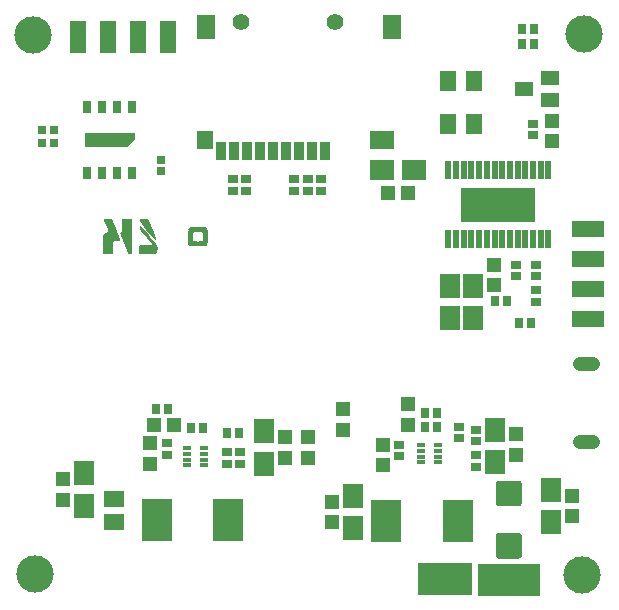
<source format=gbr>
G04 EAGLE Gerber RS-274X export*
G75*
%MOMM*%
%FSLAX34Y34*%
%LPD*%
%INSoldermask Bottom*%
%IPPOS*%
%AMOC8*
5,1,8,0,0,1.08239X$1,22.5*%
G01*
%ADD10C,3.152400*%
%ADD11R,4.635500X2.730500*%
%ADD12R,0.752400X0.752400*%
%ADD13R,1.232400X1.202400*%
%ADD14R,1.652400X2.102400*%
%ADD15R,1.202400X1.232400*%
%ADD16R,2.102400X1.652400*%
%ADD17R,1.422400X2.692400*%
%ADD18R,2.692400X1.422400*%
%ADD19R,0.602400X1.627400*%
%ADD20R,6.352400X2.902400*%
%ADD21R,0.752400X0.852400*%
%ADD22R,0.852400X0.752400*%
%ADD23R,1.752400X1.452400*%
%ADD24R,1.552400X2.152400*%
%ADD25R,1.432400X1.552400*%
%ADD26R,2.102400X1.552400*%
%ADD27R,0.852400X1.552400*%
%ADD28C,1.402400*%
%ADD29R,1.552400X1.152400*%
%ADD30R,2.502400X3.652400*%
%ADD31R,0.760000X0.420000*%
%ADD32R,0.652400X1.002400*%
%ADD33R,1.402400X1.752400*%
%ADD34C,1.219200*%
%ADD35R,5.232400X2.692400*%

G36*
X431112Y34263D02*
X431112Y34263D01*
X431114Y34261D01*
X431505Y34292D01*
X431509Y34296D01*
X431512Y34293D01*
X431894Y34384D01*
X431898Y34389D01*
X431902Y34387D01*
X432264Y34537D01*
X432267Y34542D01*
X432271Y34540D01*
X432605Y34745D01*
X432607Y34750D01*
X432611Y34750D01*
X432910Y35005D01*
X432911Y35010D01*
X432915Y35010D01*
X433170Y35309D01*
X433171Y35315D01*
X433175Y35315D01*
X433380Y35649D01*
X433379Y35655D01*
X433384Y35656D01*
X433534Y36018D01*
X433533Y36020D01*
X433534Y36020D01*
X433532Y36023D01*
X433532Y36024D01*
X433536Y36026D01*
X433627Y36408D01*
X433625Y36413D01*
X433627Y36414D01*
X433628Y36415D01*
X433659Y36806D01*
X433657Y36809D01*
X433659Y36810D01*
X433659Y53510D01*
X433657Y53512D01*
X433659Y53514D01*
X433628Y53905D01*
X433624Y53909D01*
X433627Y53912D01*
X433536Y54294D01*
X433531Y54298D01*
X433534Y54302D01*
X433384Y54664D01*
X433378Y54667D01*
X433380Y54671D01*
X433175Y55005D01*
X433170Y55007D01*
X433170Y55011D01*
X432915Y55310D01*
X432910Y55311D01*
X432910Y55315D01*
X432611Y55570D01*
X432605Y55571D01*
X432605Y55575D01*
X432271Y55780D01*
X432265Y55779D01*
X432264Y55784D01*
X431902Y55934D01*
X431896Y55932D01*
X431894Y55936D01*
X431512Y56027D01*
X431505Y56024D01*
X431501Y56028D01*
X414710Y56059D01*
X414708Y56057D01*
X414706Y56059D01*
X414315Y56028D01*
X414311Y56024D01*
X414308Y56027D01*
X413926Y55936D01*
X413922Y55931D01*
X413918Y55934D01*
X413556Y55784D01*
X413553Y55778D01*
X413549Y55780D01*
X413215Y55575D01*
X413213Y55570D01*
X413209Y55570D01*
X412910Y55315D01*
X412909Y55310D01*
X412905Y55310D01*
X412650Y55011D01*
X412649Y55005D01*
X412645Y55005D01*
X412440Y54671D01*
X412441Y54666D01*
X412439Y54665D01*
X412437Y54664D01*
X412287Y54302D01*
X412288Y54296D01*
X412284Y54294D01*
X412193Y53912D01*
X412195Y53907D01*
X412192Y53905D01*
X412161Y53514D01*
X412163Y53511D01*
X412161Y53510D01*
X412161Y36810D01*
X412163Y36808D01*
X412161Y36806D01*
X412192Y36415D01*
X412196Y36411D01*
X412193Y36408D01*
X412284Y36026D01*
X412289Y36022D01*
X412287Y36018D01*
X412437Y35656D01*
X412442Y35653D01*
X412440Y35649D01*
X412645Y35315D01*
X412650Y35313D01*
X412650Y35309D01*
X412905Y35010D01*
X412910Y35009D01*
X412910Y35005D01*
X413209Y34750D01*
X413215Y34749D01*
X413215Y34745D01*
X413549Y34540D01*
X413555Y34541D01*
X413556Y34537D01*
X413918Y34387D01*
X413924Y34388D01*
X413926Y34384D01*
X414308Y34293D01*
X414315Y34297D01*
X414319Y34292D01*
X431110Y34261D01*
X431112Y34263D01*
G37*
G36*
X431112Y78563D02*
X431112Y78563D01*
X431114Y78561D01*
X431505Y78592D01*
X431509Y78596D01*
X431512Y78593D01*
X431894Y78684D01*
X431898Y78689D01*
X431902Y78687D01*
X432264Y78837D01*
X432267Y78842D01*
X432271Y78840D01*
X432605Y79045D01*
X432607Y79050D01*
X432611Y79050D01*
X432910Y79305D01*
X432911Y79310D01*
X432915Y79310D01*
X433170Y79609D01*
X433171Y79615D01*
X433175Y79615D01*
X433380Y79949D01*
X433379Y79955D01*
X433384Y79956D01*
X433534Y80318D01*
X433533Y80320D01*
X433534Y80320D01*
X433532Y80323D01*
X433532Y80324D01*
X433536Y80326D01*
X433627Y80708D01*
X433625Y80713D01*
X433627Y80714D01*
X433628Y80715D01*
X433659Y81106D01*
X433657Y81109D01*
X433659Y81110D01*
X433659Y97810D01*
X433657Y97812D01*
X433659Y97814D01*
X433628Y98205D01*
X433624Y98209D01*
X433627Y98212D01*
X433536Y98594D01*
X433531Y98598D01*
X433534Y98602D01*
X433384Y98964D01*
X433378Y98967D01*
X433380Y98971D01*
X433175Y99305D01*
X433170Y99307D01*
X433170Y99311D01*
X432915Y99610D01*
X432910Y99611D01*
X432910Y99615D01*
X432611Y99870D01*
X432605Y99871D01*
X432605Y99875D01*
X432271Y100080D01*
X432265Y100079D01*
X432264Y100084D01*
X431902Y100234D01*
X431896Y100232D01*
X431894Y100236D01*
X431512Y100327D01*
X431505Y100324D01*
X431501Y100328D01*
X414710Y100359D01*
X414708Y100357D01*
X414706Y100359D01*
X414315Y100328D01*
X414311Y100324D01*
X414308Y100327D01*
X413926Y100236D01*
X413922Y100231D01*
X413918Y100234D01*
X413556Y100084D01*
X413553Y100078D01*
X413549Y100080D01*
X413215Y99875D01*
X413213Y99870D01*
X413209Y99870D01*
X412910Y99615D01*
X412909Y99610D01*
X412905Y99610D01*
X412650Y99311D01*
X412649Y99305D01*
X412645Y99305D01*
X412440Y98971D01*
X412441Y98966D01*
X412439Y98965D01*
X412437Y98964D01*
X412287Y98602D01*
X412288Y98596D01*
X412284Y98594D01*
X412193Y98212D01*
X412195Y98207D01*
X412192Y98205D01*
X412161Y97814D01*
X412163Y97811D01*
X412161Y97810D01*
X412161Y81110D01*
X412163Y81108D01*
X412161Y81106D01*
X412192Y80715D01*
X412196Y80711D01*
X412193Y80708D01*
X412284Y80326D01*
X412289Y80322D01*
X412287Y80318D01*
X412437Y79956D01*
X412442Y79953D01*
X412440Y79949D01*
X412645Y79615D01*
X412650Y79613D01*
X412650Y79609D01*
X412905Y79310D01*
X412910Y79309D01*
X412910Y79305D01*
X413209Y79050D01*
X413215Y79049D01*
X413215Y79045D01*
X413549Y78840D01*
X413555Y78841D01*
X413556Y78837D01*
X413918Y78687D01*
X413924Y78688D01*
X413926Y78684D01*
X414308Y78593D01*
X414315Y78597D01*
X414319Y78592D01*
X431110Y78561D01*
X431112Y78563D01*
G37*
G36*
X99898Y383088D02*
X99898Y383088D01*
X99956Y383100D01*
X99968Y383108D01*
X99974Y383110D01*
X99981Y383118D01*
X100016Y383144D01*
X106516Y389644D01*
X106541Y389690D01*
X106547Y389696D01*
X106547Y389700D01*
X106578Y389747D01*
X106580Y389761D01*
X106583Y389766D01*
X106583Y389777D01*
X106589Y389820D01*
X106589Y393920D01*
X106584Y393936D01*
X106587Y393953D01*
X106565Y394003D01*
X106550Y394054D01*
X106537Y394065D01*
X106530Y394081D01*
X106485Y394111D01*
X106445Y394146D01*
X106428Y394149D01*
X106414Y394158D01*
X106340Y394169D01*
X64090Y394169D01*
X64074Y394164D01*
X64057Y394167D01*
X64007Y394145D01*
X63956Y394130D01*
X63945Y394117D01*
X63929Y394110D01*
X63899Y394065D01*
X63864Y394025D01*
X63861Y394008D01*
X63852Y393994D01*
X63841Y393920D01*
X63841Y383320D01*
X63846Y383304D01*
X63843Y383287D01*
X63865Y383237D01*
X63880Y383186D01*
X63893Y383175D01*
X63900Y383159D01*
X63945Y383129D01*
X63985Y383094D01*
X64002Y383091D01*
X64017Y383082D01*
X64090Y383071D01*
X99840Y383071D01*
X99898Y383088D01*
G37*
G36*
X85149Y292181D02*
X85149Y292181D01*
X85150Y292180D01*
X86278Y292216D01*
X86282Y292219D01*
X86284Y292216D01*
X86409Y292236D01*
X86414Y292242D01*
X86418Y292239D01*
X86945Y292436D01*
X86951Y292446D01*
X86958Y292444D01*
X87395Y292790D01*
X87399Y292805D01*
X87402Y292807D01*
X87400Y292809D01*
X87400Y292810D01*
X87412Y292814D01*
X87424Y292856D01*
X87439Y292905D01*
X87454Y292955D01*
X87468Y293004D01*
X87571Y293349D01*
X87572Y293352D01*
X87570Y293358D01*
X87574Y293361D01*
X87629Y293923D01*
X87628Y293925D01*
X87629Y293926D01*
X87690Y295619D01*
X87690Y295620D01*
X87787Y301827D01*
X87860Y302364D01*
X88216Y302776D01*
X88641Y303120D01*
X89176Y303239D01*
X89733Y303284D01*
X92554Y303352D01*
X92555Y303353D01*
X92556Y303353D01*
X93119Y303385D01*
X93121Y303386D01*
X93122Y303385D01*
X93683Y303447D01*
X93702Y303466D01*
X93716Y303465D01*
X94047Y303883D01*
X94048Y303917D01*
X94056Y303928D01*
X93898Y304468D01*
X93896Y304470D01*
X93897Y304471D01*
X93700Y305001D01*
X92064Y309211D01*
X91092Y311861D01*
X91090Y311862D01*
X91091Y311863D01*
X90202Y313939D01*
X88090Y319175D01*
X87446Y320742D01*
X87445Y320743D01*
X87218Y321246D01*
X87193Y321260D01*
X87191Y321261D01*
X87194Y321281D01*
X86808Y321659D01*
X86791Y321661D01*
X86787Y321671D01*
X86250Y321823D01*
X86241Y321820D01*
X86238Y321825D01*
X85109Y321851D01*
X85108Y321851D01*
X82285Y321863D01*
X82284Y321862D01*
X82283Y321863D01*
X81155Y321833D01*
X81152Y321831D01*
X81151Y321833D01*
X80590Y321773D01*
X80582Y321766D01*
X80576Y321769D01*
X80065Y321554D01*
X80048Y321525D01*
X80036Y321520D01*
X79915Y320982D01*
X79922Y320966D01*
X79916Y320957D01*
X80078Y320419D01*
X80082Y320417D01*
X80080Y320414D01*
X83227Y313163D01*
X83439Y312642D01*
X83628Y312115D01*
X83725Y311574D01*
X83641Y311046D01*
X83273Y310653D01*
X82791Y310384D01*
X81745Y309969D01*
X81743Y309967D01*
X81741Y309968D01*
X81233Y309723D01*
X81232Y309721D01*
X81230Y309721D01*
X80742Y309437D01*
X80739Y309431D01*
X80734Y309432D01*
X80315Y309057D01*
X80313Y309049D01*
X80308Y309049D01*
X79974Y308594D01*
X79974Y308590D01*
X79971Y308589D01*
X79694Y308098D01*
X79694Y308095D01*
X79692Y308094D01*
X79457Y307580D01*
X79458Y307578D01*
X79456Y307577D01*
X79263Y307046D01*
X79265Y307040D01*
X79261Y307038D01*
X79158Y306484D01*
X79160Y306480D01*
X79157Y306479D01*
X79116Y305916D01*
X79117Y305914D01*
X79116Y305913D01*
X79062Y303656D01*
X79062Y303655D01*
X79035Y300267D01*
X79027Y295750D01*
X79027Y295749D01*
X79055Y294056D01*
X79056Y294055D01*
X79055Y294054D01*
X79080Y293490D01*
X79082Y293488D01*
X79080Y293486D01*
X79145Y292927D01*
X79158Y292913D01*
X79155Y292902D01*
X79500Y292468D01*
X79520Y292463D01*
X79524Y292452D01*
X80054Y292289D01*
X80063Y292292D01*
X80067Y292287D01*
X81759Y292215D01*
X81759Y292216D01*
X81760Y292215D01*
X83453Y292185D01*
X83454Y292185D01*
X85148Y292180D01*
X85149Y292181D01*
G37*
G36*
X164083Y298687D02*
X164083Y298687D01*
X164083Y298688D01*
X164084Y298687D01*
X164623Y298701D01*
X164623Y298702D01*
X164624Y298701D01*
X165751Y298752D01*
X165756Y298756D01*
X165759Y298753D01*
X166310Y298869D01*
X166319Y298880D01*
X166328Y298877D01*
X166788Y299198D01*
X166790Y299204D01*
X166795Y299204D01*
X167191Y299606D01*
X167192Y299613D01*
X167197Y299613D01*
X167504Y300085D01*
X167504Y300094D01*
X167510Y300096D01*
X167686Y300631D01*
X167684Y300638D01*
X167688Y300641D01*
X167756Y301201D01*
X167755Y301203D01*
X167756Y301204D01*
X167786Y301768D01*
X167786Y301769D01*
X167786Y301770D01*
X167833Y304027D01*
X167832Y304028D01*
X167833Y304028D01*
X167827Y307981D01*
X167797Y312498D01*
X167793Y312504D01*
X167796Y312508D01*
X167685Y313047D01*
X167677Y313054D01*
X167680Y313061D01*
X167404Y313553D01*
X167400Y313555D01*
X167401Y313559D01*
X167063Y314011D01*
X167058Y314012D01*
X167058Y314016D01*
X166657Y314413D01*
X166650Y314414D01*
X166650Y314419D01*
X166182Y314732D01*
X166164Y314730D01*
X166158Y314740D01*
X163372Y314964D01*
X163370Y314962D01*
X163369Y314964D01*
X161675Y314982D01*
X161675Y314981D01*
X161675Y314982D01*
X158287Y314980D01*
X158287Y314979D01*
X158286Y314980D01*
X154334Y314924D01*
X154333Y314923D01*
X154333Y314924D01*
X153769Y314894D01*
X153766Y314891D01*
X153763Y314894D01*
X153208Y314800D01*
X153199Y314791D01*
X153192Y314795D01*
X152703Y314518D01*
X152700Y314511D01*
X152694Y314512D01*
X152281Y314127D01*
X152280Y314123D01*
X152278Y314123D01*
X151906Y313699D01*
X151905Y313693D01*
X151901Y313692D01*
X151605Y313212D01*
X151606Y313209D01*
X151605Y313208D01*
X151606Y313207D01*
X151606Y313203D01*
X151600Y313201D01*
X151440Y312662D01*
X151443Y312655D01*
X151439Y312652D01*
X151393Y312090D01*
X151394Y312088D01*
X151393Y312088D01*
X151348Y310959D01*
X151348Y310958D01*
X151327Y309829D01*
X151328Y309829D01*
X151327Y309829D01*
X151308Y306441D01*
X151308Y306440D01*
X151323Y303053D01*
X151324Y303052D01*
X151323Y303051D01*
X151358Y301923D01*
X151359Y301922D01*
X151359Y301921D01*
X151400Y301358D01*
X151402Y301356D01*
X151400Y301355D01*
X151480Y300796D01*
X151484Y300791D01*
X151481Y300788D01*
X151648Y300250D01*
X151656Y300244D01*
X151654Y300238D01*
X151964Y299768D01*
X151971Y299766D01*
X151970Y299761D01*
X152351Y299362D01*
X152366Y299359D01*
X152367Y299347D01*
X152373Y299347D01*
X152373Y299341D01*
X152798Y298991D01*
X152811Y298990D01*
X152813Y298982D01*
X153343Y298798D01*
X153351Y298800D01*
X153354Y298795D01*
X153914Y298729D01*
X153917Y298731D01*
X153919Y298729D01*
X155612Y298694D01*
X155613Y298694D01*
X158436Y298669D01*
X161824Y298666D01*
X161825Y298666D01*
X164083Y298687D01*
G37*
G36*
X102545Y292110D02*
X102545Y292110D01*
X102550Y292114D01*
X102554Y292111D01*
X102944Y292194D01*
X102948Y292198D01*
X102951Y292196D01*
X103480Y292391D01*
X103487Y292403D01*
X103496Y292401D01*
X103904Y292773D01*
X103908Y292795D01*
X103919Y292800D01*
X104030Y293351D01*
X104028Y293355D01*
X104028Y293356D01*
X104031Y293357D01*
X104063Y293921D01*
X104062Y293923D01*
X104063Y293923D01*
X104106Y296746D01*
X104105Y296746D01*
X104106Y296747D01*
X104114Y299570D01*
X104106Y316509D01*
X104080Y320461D01*
X104074Y320469D01*
X104078Y320474D01*
X103931Y321015D01*
X103920Y321023D01*
X103922Y321032D01*
X103574Y321471D01*
X103560Y321475D01*
X103558Y321484D01*
X103064Y321749D01*
X103050Y321747D01*
X103046Y321754D01*
X102485Y321808D01*
X102483Y321807D01*
X102482Y321808D01*
X101918Y321825D01*
X101917Y321825D01*
X100788Y321841D01*
X100787Y321840D01*
X100787Y321841D01*
X98529Y321838D01*
X98528Y321837D01*
X98528Y321838D01*
X96834Y321800D01*
X96829Y321796D01*
X96826Y321799D01*
X96287Y321691D01*
X96286Y321689D01*
X96283Y321689D01*
X96281Y321683D01*
X96274Y321676D01*
X96260Y321681D01*
X96257Y321675D01*
X96251Y321678D01*
X95765Y321424D01*
X95756Y321406D01*
X95744Y321404D01*
X95472Y320920D01*
X95473Y320916D01*
X95471Y320914D01*
X95474Y320911D01*
X95474Y320906D01*
X95467Y320902D01*
X95392Y320344D01*
X95394Y320340D01*
X95391Y320339D01*
X95311Y317517D01*
X95312Y317516D01*
X95311Y317516D01*
X95248Y311871D01*
X95212Y311330D01*
X94841Y310930D01*
X94025Y310152D01*
X94022Y310137D01*
X94013Y310130D01*
X94011Y310129D01*
X93889Y309667D01*
X93897Y309647D01*
X93891Y309636D01*
X97183Y301223D01*
X100529Y292831D01*
X100537Y292827D01*
X100535Y292820D01*
X100855Y292386D01*
X100874Y292380D01*
X100878Y292369D01*
X101405Y292172D01*
X101412Y292174D01*
X101415Y292169D01*
X101973Y292090D01*
X101979Y292093D01*
X101982Y292090D01*
X102545Y292110D01*
G37*
G36*
X123449Y292163D02*
X123449Y292163D01*
X123460Y292171D01*
X123467Y292166D01*
X124004Y292388D01*
X124013Y292404D01*
X124024Y292404D01*
X124363Y292853D01*
X124363Y292859D01*
X124367Y292859D01*
X124634Y293356D01*
X124634Y293358D01*
X124635Y293359D01*
X124877Y293869D01*
X124877Y293871D01*
X124878Y293872D01*
X125086Y294397D01*
X125085Y294399D01*
X125087Y294400D01*
X125260Y294937D01*
X125260Y294939D01*
X125261Y294939D01*
X125403Y295486D01*
X125402Y295488D01*
X125404Y295489D01*
X125513Y296042D01*
X125513Y296044D01*
X125514Y296045D01*
X125596Y296604D01*
X125595Y296606D01*
X125596Y296606D01*
X125648Y297168D01*
X125646Y297171D01*
X125648Y297173D01*
X125648Y297737D01*
X125645Y297741D01*
X125648Y297743D01*
X125577Y298302D01*
X125572Y298307D01*
X125575Y298311D01*
X125408Y298849D01*
X125401Y298854D01*
X125404Y298859D01*
X125121Y299347D01*
X125116Y299349D01*
X125117Y299353D01*
X124059Y300675D01*
X124058Y300675D01*
X122258Y302850D01*
X122257Y302850D01*
X121067Y304265D01*
X117923Y308436D01*
X117920Y308437D01*
X117920Y308440D01*
X110819Y316322D01*
X110806Y316325D01*
X110800Y316336D01*
X110790Y316329D01*
X110782Y316329D01*
X110761Y316333D01*
X110756Y316310D01*
X110749Y316304D01*
X110746Y316304D01*
X110743Y316300D01*
X110737Y316296D01*
X110733Y316293D01*
X110733Y316284D01*
X110462Y315862D01*
X110463Y315848D01*
X110455Y315843D01*
X110458Y315840D01*
X110454Y315837D01*
X110425Y315020D01*
X110428Y315016D01*
X110425Y315013D01*
X110479Y314452D01*
X110481Y314449D01*
X110479Y314447D01*
X110590Y313893D01*
X110592Y313891D01*
X110591Y313889D01*
X110749Y313347D01*
X110752Y313345D01*
X110751Y313343D01*
X110962Y312819D01*
X110966Y312817D01*
X110965Y312813D01*
X111244Y312323D01*
X111247Y312322D01*
X111246Y312320D01*
X111567Y311855D01*
X111568Y311855D01*
X111568Y311853D01*
X112255Y310957D01*
X112256Y310957D01*
X112256Y310956D01*
X120504Y300930D01*
X120782Y300465D01*
X120763Y299935D01*
X120437Y299526D01*
X119925Y299456D01*
X115976Y299426D01*
X111459Y299367D01*
X111458Y299366D01*
X111458Y299367D01*
X110894Y299348D01*
X110889Y299344D01*
X110885Y299347D01*
X110336Y299228D01*
X110325Y299215D01*
X110314Y299217D01*
X109891Y298860D01*
X109887Y298842D01*
X109876Y298838D01*
X109693Y298307D01*
X109696Y298299D01*
X109691Y298296D01*
X109639Y297734D01*
X109641Y297732D01*
X109639Y297730D01*
X109622Y296037D01*
X109623Y296036D01*
X109622Y296036D01*
X109646Y293777D01*
X109648Y293774D01*
X109646Y293772D01*
X109706Y293212D01*
X109716Y293202D01*
X109712Y293193D01*
X109994Y292708D01*
X110007Y292702D01*
X110007Y292693D01*
X110455Y292357D01*
X110469Y292357D01*
X110472Y292348D01*
X111015Y292208D01*
X111023Y292212D01*
X111027Y292207D01*
X113285Y292168D01*
X113285Y292169D01*
X113285Y292168D01*
X117238Y292142D01*
X121190Y292140D01*
X121191Y292140D01*
X123449Y292163D01*
G37*
G36*
X124011Y303713D02*
X124011Y303713D01*
X124045Y303716D01*
X124345Y304194D01*
X124343Y304219D01*
X124346Y304222D01*
X124344Y304225D01*
X124351Y304235D01*
X124029Y305317D01*
X124028Y305318D01*
X124028Y305319D01*
X123092Y307982D01*
X123092Y307983D01*
X122112Y310631D01*
X118531Y320142D01*
X118530Y320143D01*
X118110Y321192D01*
X118102Y321196D01*
X118104Y321202D01*
X117775Y321649D01*
X117753Y321655D01*
X117749Y321667D01*
X117212Y321820D01*
X117204Y321817D01*
X117203Y321817D01*
X117200Y321822D01*
X116071Y321851D01*
X116070Y321851D01*
X113247Y321860D01*
X113246Y321859D01*
X113245Y321860D01*
X112117Y321823D01*
X112114Y321821D01*
X112113Y321823D01*
X111552Y321764D01*
X111544Y321757D01*
X111538Y321760D01*
X111023Y321547D01*
X111015Y321533D01*
X111004Y321533D01*
X110652Y321097D01*
X110652Y321083D01*
X110643Y321079D01*
X110606Y320944D01*
X110593Y320895D01*
X110539Y320698D01*
X110526Y320649D01*
X110512Y320599D01*
X110496Y320538D01*
X110500Y320527D01*
X110494Y320522D01*
X110528Y319961D01*
X110534Y319953D01*
X110530Y319948D01*
X110711Y319414D01*
X110719Y319409D01*
X110717Y319403D01*
X111031Y318935D01*
X111034Y318934D01*
X111033Y318931D01*
X112087Y317605D01*
X113163Y316296D01*
X113164Y316296D01*
X113163Y316296D01*
X116069Y312837D01*
X121202Y306825D01*
X122688Y305124D01*
X122689Y305124D01*
X122689Y305123D01*
X122831Y304969D01*
X122918Y304873D01*
X123220Y304407D01*
X123228Y304404D01*
X123227Y304398D01*
X123891Y303751D01*
X123894Y303751D01*
X123894Y303749D01*
X123900Y303750D01*
X123950Y303744D01*
X123953Y303762D01*
X123958Y303763D01*
X123956Y303755D01*
X123965Y303733D01*
X123967Y303709D01*
X123975Y303710D01*
X123979Y303700D01*
X124011Y303713D01*
G37*
%LPC*%
G36*
X159644Y302724D02*
X159644Y302724D01*
X158528Y302738D01*
X157403Y302776D01*
X157117Y302822D01*
X156606Y303029D01*
X156170Y303362D01*
X155831Y303800D01*
X155562Y304287D01*
X155367Y304793D01*
X155367Y308730D01*
X155485Y309254D01*
X155741Y309747D01*
X156050Y310207D01*
X156468Y310564D01*
X156964Y310802D01*
X157507Y310913D01*
X158066Y310949D01*
X159193Y310970D01*
X160321Y310966D01*
X160885Y310958D01*
X162004Y310902D01*
X162512Y310709D01*
X162986Y310423D01*
X163369Y310030D01*
X163639Y309549D01*
X163804Y309024D01*
X163845Y307338D01*
X163848Y305081D01*
X163834Y304530D01*
X163590Y304036D01*
X163303Y303559D01*
X162924Y303161D01*
X162442Y302900D01*
X161905Y302770D01*
X161348Y302731D01*
X159668Y302724D01*
X159662Y302719D01*
X159662Y302720D01*
X159651Y302714D01*
X159644Y302724D01*
G37*
%LPD*%
%LPC*%
G36*
X151652Y312229D02*
X151652Y312229D01*
X151718Y312781D01*
X151768Y312899D01*
X151697Y312570D01*
X151699Y312566D01*
X151696Y312564D01*
X151627Y311771D01*
X151652Y312229D01*
G37*
%LPD*%
%LPC*%
G36*
X123674Y292509D02*
X123674Y292509D01*
X123593Y292447D01*
X123274Y292420D01*
X123674Y292509D01*
G37*
%LPD*%
%LPC*%
G36*
X117572Y321408D02*
X117572Y321408D01*
X117788Y321291D01*
X117827Y321202D01*
X117829Y321199D01*
X117572Y321408D01*
G37*
%LPD*%
%LPC*%
G36*
X110303Y298924D02*
X110303Y298924D01*
X110539Y298999D01*
X110247Y298845D01*
X110303Y298924D01*
G37*
%LPD*%
%LPC*%
G36*
X110815Y299086D02*
X110815Y299086D01*
X111371Y299119D01*
X111436Y299120D01*
X111203Y299108D01*
X111201Y299106D01*
X111200Y299108D01*
X110722Y299057D01*
X110815Y299086D01*
G37*
%LPD*%
%LPC*%
G36*
X117906Y321025D02*
X117906Y321025D01*
X118009Y320792D01*
X118209Y320265D01*
X118257Y320138D01*
X117906Y321025D01*
G37*
%LPD*%
%LPC*%
G36*
X166720Y299476D02*
X166720Y299476D01*
X166480Y299257D01*
X166401Y299223D01*
X166720Y299476D01*
G37*
%LPD*%
%LPC*%
G36*
X109914Y293457D02*
X109914Y293457D01*
X109905Y293623D01*
X109954Y293366D01*
X109914Y293457D01*
G37*
%LPD*%
%LPC*%
G36*
X123245Y292418D02*
X123245Y292418D01*
X123050Y292402D01*
X122698Y292401D01*
X123245Y292418D01*
G37*
%LPD*%
%LPC*%
G36*
X155173Y309140D02*
X155173Y309140D01*
X155208Y309203D01*
X155170Y309021D01*
X155173Y309140D01*
G37*
%LPD*%
%LPC*%
G36*
X110000Y298495D02*
X110000Y298495D01*
X110034Y298544D01*
X109983Y298403D01*
X110000Y298495D01*
G37*
%LPD*%
%LPC*%
G36*
X154143Y298974D02*
X154143Y298974D01*
X154026Y298985D01*
X154252Y298971D01*
X154143Y298974D01*
G37*
%LPD*%
%LPC*%
G36*
X167452Y300847D02*
X167452Y300847D01*
X167412Y300588D01*
X167407Y300576D01*
X167452Y300847D01*
G37*
%LPD*%
%LPC*%
G36*
X166124Y299105D02*
X166124Y299105D01*
X165980Y299044D01*
X165965Y299042D01*
X166124Y299105D01*
G37*
%LPD*%
%LPC*%
G36*
X80167Y321084D02*
X80167Y321084D01*
X80183Y321106D01*
X80174Y321056D01*
X80167Y321084D01*
G37*
%LPD*%
%LPC*%
G36*
X111202Y321364D02*
X111202Y321364D01*
X111291Y321392D01*
X111195Y321355D01*
X111202Y321364D01*
G37*
%LPD*%
%LPC*%
G36*
X152942Y299203D02*
X152942Y299203D01*
X152922Y299219D01*
X152974Y299193D01*
X152942Y299203D01*
G37*
%LPD*%
%LPC*%
G36*
X110863Y320944D02*
X110863Y320944D01*
X110865Y320952D01*
X110915Y321012D01*
X110863Y320943D01*
X110863Y320944D01*
G37*
%LPD*%
%LPC*%
G36*
X93790Y303889D02*
X93790Y303889D01*
X93792Y303882D01*
X93761Y303866D01*
X93790Y303889D01*
G37*
%LPD*%
%LPC*%
G36*
X110805Y319885D02*
X110805Y319885D01*
X110801Y319917D01*
X110814Y319866D01*
X110805Y319885D01*
G37*
%LPD*%
%LPC*%
G36*
X151852Y300423D02*
X151852Y300423D01*
X151846Y300448D01*
X151866Y300400D01*
X151852Y300423D01*
G37*
%LPD*%
%LPC*%
G36*
X100826Y292751D02*
X100826Y292751D01*
X100821Y292762D01*
X100836Y292745D01*
X100826Y292751D01*
G37*
%LPD*%
%LPC*%
G36*
X153080Y314471D02*
X153080Y314471D01*
X153099Y314476D01*
X153071Y314464D01*
X153080Y314471D01*
G37*
%LPD*%
%LPC*%
G36*
X117830Y321187D02*
X117830Y321187D01*
X117831Y321195D01*
X117836Y321183D01*
X117830Y321187D01*
G37*
%LPD*%
%LPC*%
G36*
X123267Y292423D02*
X123267Y292423D01*
X123270Y292420D01*
X123267Y292420D01*
X123262Y292419D01*
X123267Y292423D01*
G37*
%LPD*%
%LPC*%
G36*
X166893Y299637D02*
X166893Y299637D01*
X166887Y299628D01*
X166882Y299624D01*
X166893Y299637D01*
G37*
%LPD*%
%LPC*%
G36*
X152132Y299950D02*
X152132Y299950D01*
X152129Y299956D01*
X152138Y299944D01*
X152132Y299950D01*
G37*
%LPD*%
%LPC*%
G36*
X124012Y292767D02*
X124012Y292767D01*
X124012Y292766D01*
X124012Y292767D01*
G37*
%LPD*%
D10*
X20320Y477520D03*
X21590Y21590D03*
X486410Y478790D03*
X485140Y20320D03*
D11*
X369253Y16828D03*
D12*
X28020Y397510D03*
X38020Y397510D03*
D13*
X459740Y404990D03*
X459740Y387490D03*
X273050Y64910D03*
X273050Y82410D03*
D14*
X290830Y59910D03*
X290830Y87410D03*
D12*
X38020Y386080D03*
X28020Y386080D03*
X128270Y362030D03*
X128270Y372030D03*
D13*
X233680Y119520D03*
X233680Y137020D03*
X476250Y87490D03*
X476250Y69990D03*
D14*
X458470Y92490D03*
X458470Y64990D03*
X215900Y114520D03*
X215900Y142020D03*
D13*
X429260Y122060D03*
X429260Y139560D03*
D14*
X411480Y115790D03*
X411480Y143290D03*
D13*
X252730Y119520D03*
X252730Y137020D03*
X316230Y130670D03*
X316230Y113170D03*
X337820Y147460D03*
X337820Y164960D03*
D15*
X337680Y344170D03*
X320180Y344170D03*
D16*
X342680Y363220D03*
X315180Y363220D03*
D13*
X119380Y131940D03*
X119380Y114440D03*
D14*
X373380Y265210D03*
X373380Y237710D03*
X392430Y265210D03*
X392430Y237710D03*
D13*
X410210Y283070D03*
X410210Y265570D03*
D15*
X139560Y147320D03*
X122060Y147320D03*
D17*
X83820Y476250D03*
X109220Y476250D03*
X134620Y476250D03*
X58420Y476250D03*
D18*
X490220Y288290D03*
X490220Y262890D03*
X490220Y237490D03*
X490220Y313690D03*
D19*
X371770Y363390D03*
X378270Y363390D03*
X384770Y363390D03*
X391270Y363390D03*
X397770Y363390D03*
X404270Y363390D03*
X410770Y363390D03*
X417270Y363390D03*
X423770Y363390D03*
X430270Y363390D03*
X436770Y363390D03*
X443270Y363390D03*
X449770Y363390D03*
X456270Y363390D03*
X456270Y304630D03*
X449770Y304630D03*
X443270Y304630D03*
X436770Y304630D03*
X430270Y304630D03*
X423770Y304630D03*
X417270Y304630D03*
X410770Y304630D03*
X404270Y304630D03*
X397770Y304630D03*
X391270Y304630D03*
X384770Y304630D03*
X378270Y304630D03*
X371770Y304630D03*
D20*
X414020Y334010D03*
D21*
X361870Y157480D03*
X351870Y157480D03*
D22*
X381000Y145970D03*
X381000Y135970D03*
X394970Y121840D03*
X394970Y111840D03*
X394970Y143430D03*
X394970Y133430D03*
X429260Y283130D03*
X429260Y273130D03*
X445770Y261540D03*
X445770Y251540D03*
X445770Y283130D03*
X445770Y273130D03*
X443230Y402510D03*
X443230Y392510D03*
D21*
X431880Y233680D03*
X441880Y233680D03*
X421560Y252730D03*
X411560Y252730D03*
D22*
X133350Y122000D03*
X133350Y132000D03*
D21*
X163750Y144780D03*
X153750Y144780D03*
X124540Y161290D03*
X134540Y161290D03*
D22*
X195580Y114380D03*
X195580Y124380D03*
X184150Y124380D03*
X184150Y114380D03*
D21*
X194230Y140970D03*
X184230Y140970D03*
D23*
X88900Y84430D03*
X88900Y65430D03*
D22*
X241300Y345520D03*
X241300Y355520D03*
X252730Y345520D03*
X252730Y355520D03*
X200660Y345520D03*
X200660Y355520D03*
X264160Y345520D03*
X264160Y355520D03*
X189230Y345520D03*
X189230Y355520D03*
D21*
X434420Y469900D03*
X444420Y469900D03*
X444420Y482600D03*
X434420Y482600D03*
D22*
X330200Y120730D03*
X330200Y130730D03*
D21*
X361870Y146050D03*
X351870Y146050D03*
D24*
X324110Y484430D03*
X166110Y484430D03*
D25*
X165510Y388430D03*
D26*
X315360Y388430D03*
D27*
X267110Y379730D03*
X256110Y379730D03*
X245110Y379730D03*
X234110Y379730D03*
X223110Y379730D03*
X212110Y379730D03*
X201110Y379730D03*
X190110Y379730D03*
X179110Y379730D03*
D28*
X276110Y488430D03*
X196110Y488430D03*
D29*
X436040Y431800D03*
X458040Y422300D03*
X458040Y441300D03*
D30*
X319310Y66020D03*
X379810Y66020D03*
X125000Y67290D03*
X185500Y67290D03*
D31*
X164830Y128150D03*
X164830Y123150D03*
X164830Y118150D03*
X164830Y113150D03*
X150130Y113150D03*
X150130Y118150D03*
X150130Y123150D03*
X150130Y128150D03*
D32*
X104140Y360870D03*
X91440Y360870D03*
X78740Y360870D03*
X66040Y360870D03*
X78740Y416370D03*
X66040Y416370D03*
X91440Y416370D03*
X104140Y416370D03*
D31*
X362950Y130690D03*
X362950Y125690D03*
X362950Y120690D03*
X362950Y115690D03*
X348250Y115690D03*
X348250Y120690D03*
X348250Y125690D03*
X348250Y130690D03*
D33*
X393270Y438870D03*
X393270Y401870D03*
X371270Y401870D03*
X371270Y438870D03*
D34*
X483362Y133350D02*
X494538Y133350D01*
X494538Y199390D02*
X483362Y199390D01*
D13*
X45720Y83960D03*
X45720Y101460D03*
D14*
X63500Y78960D03*
X63500Y106460D03*
D13*
X282575Y160515D03*
X282575Y143015D03*
D35*
X422910Y16510D03*
M02*

</source>
